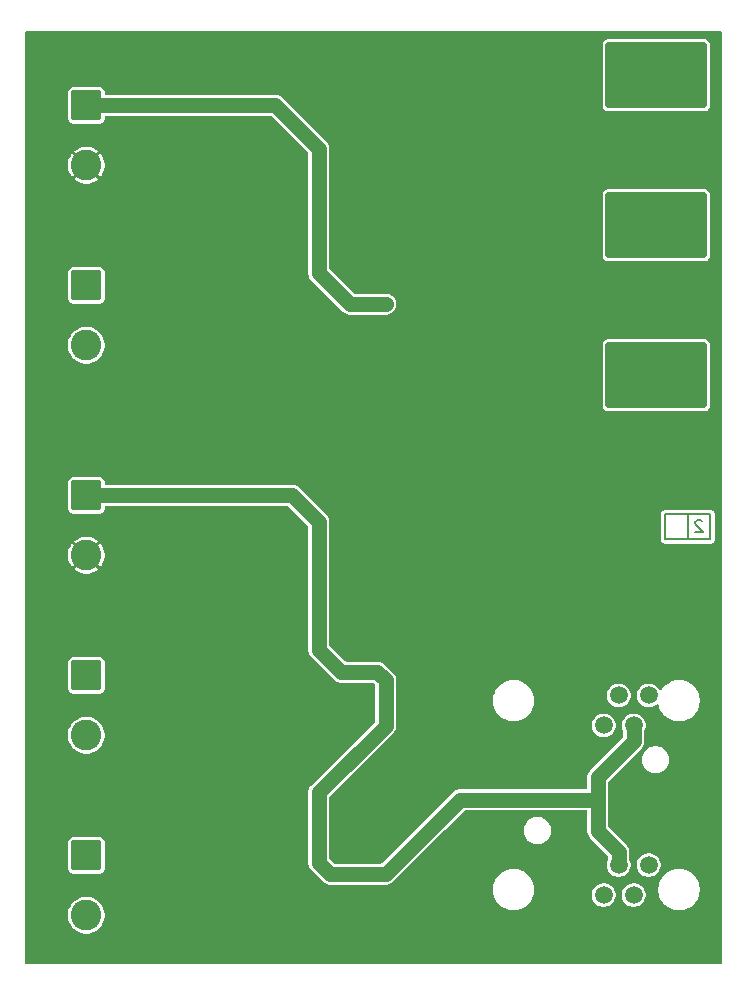
<source format=gbr>
G04 #@! TF.GenerationSoftware,KiCad,Pcbnew,9.0.3*
G04 #@! TF.CreationDate,2025-08-10T21:25:08+02:00*
G04 #@! TF.ProjectId,NJFET_MATCHING,4e4a4645-545f-44d4-9154-4348494e472e,rev?*
G04 #@! TF.SameCoordinates,Original*
G04 #@! TF.FileFunction,Copper,L2,Bot*
G04 #@! TF.FilePolarity,Positive*
%FSLAX46Y46*%
G04 Gerber Fmt 4.6, Leading zero omitted, Abs format (unit mm)*
G04 Created by KiCad (PCBNEW 9.0.3) date 2025-08-10 21:25:08*
%MOMM*%
%LPD*%
G01*
G04 APERTURE LIST*
G04 Aperture macros list*
%AMRoundRect*
0 Rectangle with rounded corners*
0 $1 Rounding radius*
0 $2 $3 $4 $5 $6 $7 $8 $9 X,Y pos of 4 corners*
0 Add a 4 corners polygon primitive as box body*
4,1,4,$2,$3,$4,$5,$6,$7,$8,$9,$2,$3,0*
0 Add four circle primitives for the rounded corners*
1,1,$1+$1,$2,$3*
1,1,$1+$1,$4,$5*
1,1,$1+$1,$6,$7*
1,1,$1+$1,$8,$9*
0 Add four rect primitives between the rounded corners*
20,1,$1+$1,$2,$3,$4,$5,0*
20,1,$1+$1,$4,$5,$6,$7,0*
20,1,$1+$1,$6,$7,$8,$9,0*
20,1,$1+$1,$8,$9,$2,$3,0*%
G04 Aperture macros list end*
G04 #@! TA.AperFunction,NonConductor*
%ADD10C,0.200000*%
G04 #@! TD*
%ADD11C,0.200000*%
G04 #@! TA.AperFunction,ComponentPad*
%ADD12C,1.500000*%
G04 #@! TD*
G04 #@! TA.AperFunction,ComponentPad*
%ADD13RoundRect,0.250000X-1.050000X1.050000X-1.050000X-1.050000X1.050000X-1.050000X1.050000X1.050000X0*%
G04 #@! TD*
G04 #@! TA.AperFunction,ComponentPad*
%ADD14C,2.600000*%
G04 #@! TD*
G04 #@! TA.AperFunction,ComponentPad*
%ADD15RoundRect,0.250000X-4.050000X-2.550000X4.050000X-2.550000X4.050000X2.550000X-4.050000X2.550000X0*%
G04 #@! TD*
G04 #@! TA.AperFunction,ViaPad*
%ADD16C,0.650000*%
G04 #@! TD*
G04 #@! TA.AperFunction,Conductor*
%ADD17C,1.270000*%
G04 #@! TD*
G04 APERTURE END LIST*
D10*
X176657000Y-101409500D02*
X178562000Y-101409500D01*
X178562000Y-103568500D01*
X176657000Y-103568500D01*
X176657000Y-101409500D01*
X174752000Y-101409500D02*
X176657000Y-101409500D01*
X176657000Y-103568500D01*
X174752000Y-103568500D01*
X174752000Y-101409500D01*
D11*
D10*
X177858945Y-102022957D02*
X177811326Y-101975338D01*
X177811326Y-101975338D02*
X177716088Y-101927719D01*
X177716088Y-101927719D02*
X177477993Y-101927719D01*
X177477993Y-101927719D02*
X177382755Y-101975338D01*
X177382755Y-101975338D02*
X177335136Y-102022957D01*
X177335136Y-102022957D02*
X177287517Y-102118195D01*
X177287517Y-102118195D02*
X177287517Y-102213433D01*
X177287517Y-102213433D02*
X177335136Y-102356290D01*
X177335136Y-102356290D02*
X177906564Y-102927719D01*
X177906564Y-102927719D02*
X177287517Y-102927719D01*
D12*
G04 #@! TO.P,U4,1*
G04 #@! TO.N,/SOURCE_1*
X173355000Y-116772000D03*
G04 #@! TO.P,U4,2*
G04 #@! TO.N,VCC*
X172085000Y-119312000D03*
G04 #@! TO.P,U4,3*
G04 #@! TO.N,unconnected-(U4-Pad3)*
X170815000Y-116772000D03*
G04 #@! TO.P,U4,4*
G04 #@! TO.N,/GATE_1*
X169545000Y-119312000D03*
G04 #@! TO.P,U4,5*
G04 #@! TO.N,/SOURCE_2*
X169545000Y-133672000D03*
G04 #@! TO.P,U4,6*
G04 #@! TO.N,VCC*
X170815000Y-131132000D03*
G04 #@! TO.P,U4,7*
G04 #@! TO.N,unconnected-(U4-Pad7)*
X172085000Y-133672000D03*
G04 #@! TO.P,U4,8*
G04 #@! TO.N,/GATE_2*
X173355000Y-131132000D03*
G04 #@! TD*
D13*
G04 #@! TO.P,J5,1,Pin_1*
G04 #@! TO.N,/GATE_2*
X125730000Y-130302000D03*
D14*
G04 #@! TO.P,J5,2,Pin_2*
G04 #@! TO.N,/SOURCE_2*
X125730000Y-135382000D03*
G04 #@! TD*
D13*
G04 #@! TO.P,J2,1,Pin_1*
G04 #@! TO.N,VCC*
X125730000Y-99822000D03*
D14*
G04 #@! TO.P,J2,2,Pin_2*
G04 #@! TO.N,GND*
X125730000Y-104902000D03*
G04 #@! TD*
D15*
G04 #@! TO.P,Q1,1,D*
G04 #@! TO.N,VDD*
X173990000Y-64262000D03*
G04 #@! TO.P,Q1,2,G*
G04 #@! TO.N,Net-(J3-Pin_1)*
X173990000Y-76962000D03*
G04 #@! TO.P,Q1,3,S*
G04 #@! TO.N,Net-(J3-Pin_2)*
X173990000Y-89662000D03*
G04 #@! TD*
D13*
G04 #@! TO.P,J4,1,Pin_1*
G04 #@! TO.N,/GATE_1*
X125730000Y-115062000D03*
D14*
G04 #@! TO.P,J4,2,Pin_2*
G04 #@! TO.N,/SOURCE_1*
X125730000Y-120142000D03*
G04 #@! TD*
D13*
G04 #@! TO.P,J1,1,Pin_1*
G04 #@! TO.N,VDD*
X125730000Y-66802000D03*
D14*
G04 #@! TO.P,J1,2,Pin_2*
G04 #@! TO.N,GND*
X125730000Y-71882000D03*
G04 #@! TD*
D13*
G04 #@! TO.P,J3,1,Pin_1*
G04 #@! TO.N,Net-(J3-Pin_1)*
X125730000Y-82042000D03*
D14*
G04 #@! TO.P,J3,2,Pin_2*
G04 #@! TO.N,Net-(J3-Pin_2)*
X125730000Y-87122000D03*
G04 #@! TD*
D16*
G04 #@! TO.N,VDD*
X145402000Y-77610000D03*
X151064000Y-83632000D03*
G04 #@! TO.N,GND*
X148082000Y-126873000D03*
X149098000Y-87122000D03*
X149606000Y-128397000D03*
X150241000Y-87122000D03*
X148082000Y-128397000D03*
X149606000Y-80137000D03*
X149098000Y-135382000D03*
X149606000Y-126873000D03*
X148082000Y-111633000D03*
X149606000Y-113157000D03*
X148209000Y-78613000D03*
X148082000Y-113157000D03*
X149606000Y-111633000D03*
X149606000Y-78613000D03*
X150241000Y-135382000D03*
X151384000Y-133858000D03*
X151384000Y-85598000D03*
X148209000Y-80137000D03*
G04 #@! TO.N,VCC*
X151064000Y-116652000D03*
X151069000Y-131892000D03*
X145402000Y-110630000D03*
X145402000Y-125997000D03*
G04 #@! TD*
D17*
G04 #@! TO.N,VDD*
X145402000Y-70472000D02*
X141732000Y-66802000D01*
X141732000Y-66802000D02*
X125730000Y-66802000D01*
X145402000Y-77610000D02*
X145402000Y-70472000D01*
X151064000Y-83632000D02*
X148021000Y-83632000D01*
X148021000Y-83632000D02*
X145402000Y-81013000D01*
X145402000Y-81013000D02*
X145402000Y-77610000D01*
G04 #@! TO.N,VCC*
X143129000Y-99822000D02*
X125730000Y-99822000D01*
X169037000Y-123698000D02*
X169037000Y-128270000D01*
X145402000Y-130924000D02*
X145402000Y-125997000D01*
X145402000Y-112890000D02*
X145402000Y-110630000D01*
X145402000Y-102095000D02*
X143129000Y-99822000D01*
X157358000Y-125603000D02*
X151069000Y-131892000D01*
X151064000Y-115504000D02*
X150368000Y-114808000D01*
X150368000Y-114808000D02*
X147320000Y-114808000D01*
X169037000Y-128270000D02*
X170815000Y-130048000D01*
X151069000Y-131892000D02*
X146370000Y-131892000D01*
X145402000Y-110630000D02*
X145402000Y-102095000D01*
X170815000Y-130048000D02*
X170815000Y-131132000D01*
X147320000Y-114808000D02*
X145402000Y-112890000D01*
X172085000Y-119312000D02*
X172085000Y-120650000D01*
X146370000Y-131892000D02*
X145402000Y-130924000D01*
X169037000Y-125603000D02*
X157358000Y-125603000D01*
X151064000Y-116652000D02*
X151064000Y-115504000D01*
X172085000Y-120650000D02*
X169037000Y-123698000D01*
X151064000Y-119319000D02*
X151064000Y-116652000D01*
X145402000Y-124981000D02*
X151064000Y-119319000D01*
X145402000Y-125997000D02*
X145402000Y-124981000D01*
G04 #@! TD*
G04 #@! TA.AperFunction,Conductor*
G04 #@! TO.N,GND*
G36*
X179483621Y-60530502D02*
G01*
X179530114Y-60584158D01*
X179541500Y-60636500D01*
X179541500Y-139367500D01*
X179521498Y-139435621D01*
X179467842Y-139482114D01*
X179415500Y-139493500D01*
X120684500Y-139493500D01*
X120616379Y-139473498D01*
X120569886Y-139419842D01*
X120558500Y-139367500D01*
X120558500Y-135259658D01*
X124175500Y-135259658D01*
X124175500Y-135504342D01*
X124213777Y-135746013D01*
X124213778Y-135746018D01*
X124289386Y-135978716D01*
X124289388Y-135978721D01*
X124289389Y-135978722D01*
X124400474Y-136196739D01*
X124544295Y-136394691D01*
X124717308Y-136567704D01*
X124717311Y-136567706D01*
X124915264Y-136711528D01*
X125133279Y-136822612D01*
X125365981Y-136898221D01*
X125365982Y-136898221D01*
X125365987Y-136898223D01*
X125607658Y-136936500D01*
X125607661Y-136936500D01*
X125852339Y-136936500D01*
X125852342Y-136936500D01*
X126094013Y-136898223D01*
X126326721Y-136822612D01*
X126544736Y-136711528D01*
X126742689Y-136567706D01*
X126915706Y-136394689D01*
X127059528Y-136196736D01*
X127170612Y-135978721D01*
X127246223Y-135746013D01*
X127284500Y-135504342D01*
X127284500Y-135259658D01*
X127246223Y-135017987D01*
X127170612Y-134785279D01*
X127059528Y-134567264D01*
X126915706Y-134369311D01*
X126915704Y-134369308D01*
X126742691Y-134196295D01*
X126544739Y-134052474D01*
X126544738Y-134052473D01*
X126544736Y-134052472D01*
X126326721Y-133941388D01*
X126326718Y-133941387D01*
X126326716Y-133941386D01*
X126094016Y-133865778D01*
X126094020Y-133865778D01*
X126049026Y-133858651D01*
X125852342Y-133827500D01*
X125607658Y-133827500D01*
X125365987Y-133865777D01*
X125365981Y-133865778D01*
X125133283Y-133941386D01*
X125133277Y-133941389D01*
X124915260Y-134052474D01*
X124717308Y-134196295D01*
X124544295Y-134369308D01*
X124400474Y-134567260D01*
X124289389Y-134785277D01*
X124289386Y-134785283D01*
X124213778Y-135017981D01*
X124213777Y-135017986D01*
X124213777Y-135017987D01*
X124175500Y-135259658D01*
X120558500Y-135259658D01*
X120558500Y-133107263D01*
X160159500Y-133107263D01*
X160159500Y-133336736D01*
X160189450Y-133564231D01*
X160189452Y-133564238D01*
X160248842Y-133785887D01*
X160336656Y-133997888D01*
X160336657Y-133997889D01*
X160336662Y-133997900D01*
X160451386Y-134196608D01*
X160451391Y-134196615D01*
X160591073Y-134378652D01*
X160591092Y-134378673D01*
X160753326Y-134540907D01*
X160753347Y-134540926D01*
X160935384Y-134680608D01*
X160935391Y-134680613D01*
X161134099Y-134795337D01*
X161134103Y-134795338D01*
X161134112Y-134795344D01*
X161346113Y-134883158D01*
X161567762Y-134942548D01*
X161567766Y-134942548D01*
X161567768Y-134942549D01*
X161626398Y-134950267D01*
X161795266Y-134972500D01*
X161795273Y-134972500D01*
X162024727Y-134972500D01*
X162024734Y-134972500D01*
X162230345Y-134945430D01*
X162252231Y-134942549D01*
X162252231Y-134942548D01*
X162252238Y-134942548D01*
X162473887Y-134883158D01*
X162685888Y-134795344D01*
X162884612Y-134680611D01*
X163066661Y-134540919D01*
X163228919Y-134378661D01*
X163368611Y-134196612D01*
X163483344Y-133997888D01*
X163571158Y-133785887D01*
X163628184Y-133573061D01*
X168540500Y-133573061D01*
X168540500Y-133770938D01*
X168574405Y-133941386D01*
X168579103Y-133965002D01*
X168654824Y-134147809D01*
X168764754Y-134312331D01*
X168904669Y-134452246D01*
X169069191Y-134562176D01*
X169251998Y-134637897D01*
X169446065Y-134676500D01*
X169643935Y-134676500D01*
X169838002Y-134637897D01*
X170020809Y-134562176D01*
X170185331Y-134452246D01*
X170325246Y-134312331D01*
X170435176Y-134147809D01*
X170510897Y-133965002D01*
X170549500Y-133770935D01*
X170549500Y-133573065D01*
X170549499Y-133573061D01*
X171080500Y-133573061D01*
X171080500Y-133770938D01*
X171114405Y-133941386D01*
X171119103Y-133965002D01*
X171194824Y-134147809D01*
X171304754Y-134312331D01*
X171444669Y-134452246D01*
X171609191Y-134562176D01*
X171791998Y-134637897D01*
X171986065Y-134676500D01*
X172183935Y-134676500D01*
X172378002Y-134637897D01*
X172560809Y-134562176D01*
X172725331Y-134452246D01*
X172865246Y-134312331D01*
X172975176Y-134147809D01*
X173050897Y-133965002D01*
X173089500Y-133770935D01*
X173089500Y-133573065D01*
X173050897Y-133378998D01*
X172975176Y-133196191D01*
X172915756Y-133107263D01*
X174159500Y-133107263D01*
X174159500Y-133336736D01*
X174189450Y-133564231D01*
X174189452Y-133564238D01*
X174248842Y-133785887D01*
X174336656Y-133997888D01*
X174336657Y-133997889D01*
X174336662Y-133997900D01*
X174451386Y-134196608D01*
X174451391Y-134196615D01*
X174591073Y-134378652D01*
X174591092Y-134378673D01*
X174753326Y-134540907D01*
X174753347Y-134540926D01*
X174935384Y-134680608D01*
X174935391Y-134680613D01*
X175134099Y-134795337D01*
X175134103Y-134795338D01*
X175134112Y-134795344D01*
X175346113Y-134883158D01*
X175567762Y-134942548D01*
X175567766Y-134942548D01*
X175567768Y-134942549D01*
X175626398Y-134950267D01*
X175795266Y-134972500D01*
X175795273Y-134972500D01*
X176024727Y-134972500D01*
X176024734Y-134972500D01*
X176230345Y-134945430D01*
X176252231Y-134942549D01*
X176252231Y-134942548D01*
X176252238Y-134942548D01*
X176473887Y-134883158D01*
X176685888Y-134795344D01*
X176884612Y-134680611D01*
X177066661Y-134540919D01*
X177228919Y-134378661D01*
X177368611Y-134196612D01*
X177483344Y-133997888D01*
X177571158Y-133785887D01*
X177630548Y-133564238D01*
X177660500Y-133336734D01*
X177660500Y-133107266D01*
X177632127Y-132891754D01*
X177630549Y-132879768D01*
X177630548Y-132879766D01*
X177630548Y-132879762D01*
X177571158Y-132658113D01*
X177483344Y-132446112D01*
X177483338Y-132446103D01*
X177483337Y-132446099D01*
X177368613Y-132247391D01*
X177368608Y-132247384D01*
X177228926Y-132065347D01*
X177228907Y-132065326D01*
X177066673Y-131903092D01*
X177066652Y-131903073D01*
X176884615Y-131763391D01*
X176884608Y-131763386D01*
X176685900Y-131648662D01*
X176685892Y-131648658D01*
X176685888Y-131648656D01*
X176473887Y-131560842D01*
X176252238Y-131501452D01*
X176252231Y-131501450D01*
X176024736Y-131471500D01*
X176024734Y-131471500D01*
X175795266Y-131471500D01*
X175795263Y-131471500D01*
X175567768Y-131501450D01*
X175346113Y-131560842D01*
X175134110Y-131648657D01*
X175134099Y-131648662D01*
X174935391Y-131763386D01*
X174935384Y-131763391D01*
X174753347Y-131903073D01*
X174753326Y-131903092D01*
X174591092Y-132065326D01*
X174591073Y-132065347D01*
X174451391Y-132247384D01*
X174451386Y-132247391D01*
X174336662Y-132446099D01*
X174336657Y-132446110D01*
X174248842Y-132658113D01*
X174189450Y-132879768D01*
X174159500Y-133107263D01*
X172915756Y-133107263D01*
X172865246Y-133031669D01*
X172725331Y-132891754D01*
X172560809Y-132781824D01*
X172477499Y-132747316D01*
X172378005Y-132706104D01*
X172378002Y-132706103D01*
X172183938Y-132667500D01*
X172183935Y-132667500D01*
X171986065Y-132667500D01*
X171986061Y-132667500D01*
X171791997Y-132706103D01*
X171791994Y-132706104D01*
X171609190Y-132781824D01*
X171444673Y-132891751D01*
X171444666Y-132891756D01*
X171304756Y-133031666D01*
X171304751Y-133031673D01*
X171194824Y-133196190D01*
X171119104Y-133378994D01*
X171119103Y-133378997D01*
X171080500Y-133573061D01*
X170549499Y-133573061D01*
X170510897Y-133378998D01*
X170435176Y-133196191D01*
X170325246Y-133031669D01*
X170185331Y-132891754D01*
X170020809Y-132781824D01*
X169937499Y-132747316D01*
X169838005Y-132706104D01*
X169838002Y-132706103D01*
X169643938Y-132667500D01*
X169643935Y-132667500D01*
X169446065Y-132667500D01*
X169446061Y-132667500D01*
X169251997Y-132706103D01*
X169251994Y-132706104D01*
X169069190Y-132781824D01*
X168904673Y-132891751D01*
X168904666Y-132891756D01*
X168764756Y-133031666D01*
X168764751Y-133031673D01*
X168654824Y-133196190D01*
X168579104Y-133378994D01*
X168579103Y-133378997D01*
X168540500Y-133573061D01*
X163628184Y-133573061D01*
X163630548Y-133564238D01*
X163660500Y-133336734D01*
X163660500Y-133107266D01*
X163632127Y-132891754D01*
X163630549Y-132879768D01*
X163630548Y-132879766D01*
X163630548Y-132879762D01*
X163571158Y-132658113D01*
X163483344Y-132446112D01*
X163483338Y-132446103D01*
X163483337Y-132446099D01*
X163368613Y-132247391D01*
X163368608Y-132247384D01*
X163228926Y-132065347D01*
X163228907Y-132065326D01*
X163066673Y-131903092D01*
X163066652Y-131903073D01*
X162884615Y-131763391D01*
X162884608Y-131763386D01*
X162685900Y-131648662D01*
X162685892Y-131648658D01*
X162685888Y-131648656D01*
X162473887Y-131560842D01*
X162252238Y-131501452D01*
X162252231Y-131501450D01*
X162024736Y-131471500D01*
X162024734Y-131471500D01*
X161795266Y-131471500D01*
X161795263Y-131471500D01*
X161567768Y-131501450D01*
X161346113Y-131560842D01*
X161134110Y-131648657D01*
X161134099Y-131648662D01*
X160935391Y-131763386D01*
X160935384Y-131763391D01*
X160753347Y-131903073D01*
X160753326Y-131903092D01*
X160591092Y-132065326D01*
X160591073Y-132065347D01*
X160451391Y-132247384D01*
X160451386Y-132247391D01*
X160336662Y-132446099D01*
X160336657Y-132446110D01*
X160248842Y-132658113D01*
X160189450Y-132879768D01*
X160159500Y-133107263D01*
X120558500Y-133107263D01*
X120558500Y-129203737D01*
X124175500Y-129203737D01*
X124175500Y-131400246D01*
X124175502Y-131400270D01*
X124181959Y-131460339D01*
X124181959Y-131460341D01*
X124232657Y-131596266D01*
X124232658Y-131596267D01*
X124319596Y-131712404D01*
X124435733Y-131799342D01*
X124571658Y-131850040D01*
X124631745Y-131856500D01*
X126828254Y-131856499D01*
X126888342Y-131850040D01*
X127024267Y-131799342D01*
X127140404Y-131712404D01*
X127227342Y-131596267D01*
X127278040Y-131460342D01*
X127284500Y-131400255D01*
X127284499Y-129203746D01*
X127278040Y-129143658D01*
X127227342Y-129007733D01*
X127140404Y-128891596D01*
X127024267Y-128804658D01*
X127024265Y-128804657D01*
X127024266Y-128804657D01*
X126888349Y-128753962D01*
X126888344Y-128753960D01*
X126888342Y-128753960D01*
X126858298Y-128750730D01*
X126828256Y-128747500D01*
X124631753Y-128747500D01*
X124631729Y-128747502D01*
X124571660Y-128753959D01*
X124571658Y-128753959D01*
X124435733Y-128804657D01*
X124319596Y-128891596D01*
X124232657Y-129007734D01*
X124181962Y-129143650D01*
X124181960Y-129143658D01*
X124175500Y-129203737D01*
X120558500Y-129203737D01*
X120558500Y-120019658D01*
X124175500Y-120019658D01*
X124175500Y-120264342D01*
X124184072Y-120318462D01*
X124213778Y-120506018D01*
X124289026Y-120737608D01*
X124289388Y-120738721D01*
X124400472Y-120956736D01*
X124400474Y-120956739D01*
X124544295Y-121154691D01*
X124717308Y-121327704D01*
X124740358Y-121344451D01*
X124915264Y-121471528D01*
X125133279Y-121582612D01*
X125365981Y-121658221D01*
X125365982Y-121658221D01*
X125365987Y-121658223D01*
X125607658Y-121696500D01*
X125607661Y-121696500D01*
X125852339Y-121696500D01*
X125852342Y-121696500D01*
X126094013Y-121658223D01*
X126326721Y-121582612D01*
X126544736Y-121471528D01*
X126742689Y-121327706D01*
X126915706Y-121154689D01*
X127059528Y-120956736D01*
X127170612Y-120738721D01*
X127246223Y-120506013D01*
X127284500Y-120264342D01*
X127284500Y-120019658D01*
X127246223Y-119777987D01*
X127170612Y-119545279D01*
X127059528Y-119327264D01*
X126915706Y-119129311D01*
X126915704Y-119129308D01*
X126742691Y-118956295D01*
X126544739Y-118812474D01*
X126544738Y-118812473D01*
X126544736Y-118812472D01*
X126326721Y-118701388D01*
X126326718Y-118701387D01*
X126326716Y-118701386D01*
X126094016Y-118625778D01*
X126094020Y-118625778D01*
X126049026Y-118618651D01*
X125852342Y-118587500D01*
X125607658Y-118587500D01*
X125365987Y-118625777D01*
X125365981Y-118625778D01*
X125133283Y-118701386D01*
X125133277Y-118701389D01*
X124915260Y-118812474D01*
X124717308Y-118956295D01*
X124544295Y-119129308D01*
X124400474Y-119327260D01*
X124289389Y-119545277D01*
X124289386Y-119545283D01*
X124213778Y-119777981D01*
X124213777Y-119777986D01*
X124213777Y-119777987D01*
X124175500Y-120019658D01*
X120558500Y-120019658D01*
X120558500Y-113963737D01*
X124175500Y-113963737D01*
X124175500Y-116160246D01*
X124175502Y-116160270D01*
X124181959Y-116220339D01*
X124181959Y-116220341D01*
X124232657Y-116356266D01*
X124232658Y-116356267D01*
X124319596Y-116472404D01*
X124435733Y-116559342D01*
X124571658Y-116610040D01*
X124631745Y-116616500D01*
X126828254Y-116616499D01*
X126888342Y-116610040D01*
X127024267Y-116559342D01*
X127140404Y-116472404D01*
X127227342Y-116356267D01*
X127278040Y-116220342D01*
X127284500Y-116160255D01*
X127284499Y-113963746D01*
X127278040Y-113903658D01*
X127227342Y-113767733D01*
X127140404Y-113651596D01*
X127024267Y-113564658D01*
X127024265Y-113564657D01*
X127024266Y-113564657D01*
X126888349Y-113513962D01*
X126888344Y-113513960D01*
X126888342Y-113513960D01*
X126858298Y-113510730D01*
X126828256Y-113507500D01*
X124631753Y-113507500D01*
X124631729Y-113507502D01*
X124571660Y-113513959D01*
X124571658Y-113513959D01*
X124435733Y-113564657D01*
X124319596Y-113651596D01*
X124232657Y-113767734D01*
X124181962Y-113903650D01*
X124181960Y-113903658D01*
X124175500Y-113963737D01*
X120558500Y-113963737D01*
X120558500Y-104779701D01*
X124176000Y-104779701D01*
X124176000Y-105024298D01*
X124214266Y-105265901D01*
X124289850Y-105498524D01*
X124289853Y-105498530D01*
X124400902Y-105716476D01*
X124541878Y-105910513D01*
X124541880Y-105910513D01*
X125189436Y-105262957D01*
X125225112Y-105316351D01*
X125315649Y-105406888D01*
X125369041Y-105442563D01*
X124721485Y-106090118D01*
X124721485Y-106090120D01*
X124915523Y-106231097D01*
X125133469Y-106342146D01*
X125133475Y-106342149D01*
X125366098Y-106417733D01*
X125607701Y-106456000D01*
X125852299Y-106456000D01*
X126093901Y-106417733D01*
X126326524Y-106342149D01*
X126326530Y-106342146D01*
X126544476Y-106231097D01*
X126738513Y-106090120D01*
X126738513Y-106090118D01*
X126090958Y-105442563D01*
X126144351Y-105406888D01*
X126234888Y-105316351D01*
X126270563Y-105262958D01*
X126918118Y-105910513D01*
X126918120Y-105910513D01*
X127059097Y-105716476D01*
X127170146Y-105498530D01*
X127170149Y-105498524D01*
X127245733Y-105265901D01*
X127284000Y-105024298D01*
X127284000Y-104779701D01*
X127245733Y-104538098D01*
X127170149Y-104305475D01*
X127170146Y-104305469D01*
X127059097Y-104087523D01*
X126918120Y-103893485D01*
X126918118Y-103893485D01*
X126270562Y-104541040D01*
X126234888Y-104487649D01*
X126144351Y-104397112D01*
X126090957Y-104361436D01*
X126738513Y-103713880D01*
X126738513Y-103713878D01*
X126544476Y-103572902D01*
X126326530Y-103461853D01*
X126326524Y-103461850D01*
X126093901Y-103386266D01*
X125852299Y-103348000D01*
X125607701Y-103348000D01*
X125366098Y-103386266D01*
X125133475Y-103461850D01*
X125133469Y-103461853D01*
X124915523Y-103572902D01*
X124721485Y-103713878D01*
X124721485Y-103713880D01*
X125369041Y-104361436D01*
X125315649Y-104397112D01*
X125225112Y-104487649D01*
X125189436Y-104541041D01*
X124541880Y-103893485D01*
X124541878Y-103893485D01*
X124400902Y-104087523D01*
X124289853Y-104305469D01*
X124289850Y-104305475D01*
X124214266Y-104538098D01*
X124176000Y-104779701D01*
X120558500Y-104779701D01*
X120558500Y-98723737D01*
X124175500Y-98723737D01*
X124175500Y-100920246D01*
X124175502Y-100920270D01*
X124181959Y-100980339D01*
X124181959Y-100980341D01*
X124232657Y-101116266D01*
X124232658Y-101116267D01*
X124319596Y-101232404D01*
X124435733Y-101319342D01*
X124571658Y-101370040D01*
X124631745Y-101376500D01*
X126828254Y-101376499D01*
X126888342Y-101370040D01*
X127024267Y-101319342D01*
X127140404Y-101232404D01*
X127227342Y-101116267D01*
X127278040Y-100980342D01*
X127284500Y-100920255D01*
X127284500Y-100837500D01*
X127304502Y-100769379D01*
X127358158Y-100722886D01*
X127410500Y-100711500D01*
X142708367Y-100711500D01*
X142776488Y-100731502D01*
X142797462Y-100748405D01*
X144475595Y-102426538D01*
X144509621Y-102488850D01*
X144512500Y-102515633D01*
X144512500Y-110542392D01*
X144512500Y-112802392D01*
X144512500Y-112977608D01*
X144546683Y-113149458D01*
X144613735Y-113311336D01*
X144711080Y-113457023D01*
X146752977Y-115498920D01*
X146898664Y-115596265D01*
X147060542Y-115663317D01*
X147232392Y-115697500D01*
X147407609Y-115697500D01*
X149947367Y-115697500D01*
X149977282Y-115706283D01*
X150007752Y-115712912D01*
X150012847Y-115716726D01*
X150015488Y-115717502D01*
X150036462Y-115734405D01*
X150137595Y-115835538D01*
X150171621Y-115897850D01*
X150174500Y-115924633D01*
X150174500Y-118898367D01*
X150154498Y-118966488D01*
X150137595Y-118987462D01*
X144711082Y-124413974D01*
X144711077Y-124413981D01*
X144613735Y-124559664D01*
X144546685Y-124721536D01*
X144546683Y-124721541D01*
X144512500Y-124893389D01*
X144512500Y-124893392D01*
X144512500Y-125909392D01*
X144512500Y-130836392D01*
X144512500Y-131011608D01*
X144546683Y-131183458D01*
X144613735Y-131345336D01*
X144711080Y-131491023D01*
X145802977Y-132582920D01*
X145948664Y-132680265D01*
X146110542Y-132747317D01*
X146282392Y-132781500D01*
X146282393Y-132781500D01*
X151156607Y-132781500D01*
X151156608Y-132781500D01*
X151328458Y-132747317D01*
X151490336Y-132680265D01*
X151636023Y-132582920D01*
X156087489Y-128131454D01*
X162759500Y-128131454D01*
X162759500Y-128312546D01*
X162787829Y-128491409D01*
X162843789Y-128663639D01*
X162926004Y-128824994D01*
X162926006Y-128824997D01*
X162934745Y-128837025D01*
X163032447Y-128971501D01*
X163032449Y-128971503D01*
X163032451Y-128971506D01*
X163160493Y-129099548D01*
X163160496Y-129099550D01*
X163160499Y-129099553D01*
X163307006Y-129205996D01*
X163468361Y-129288211D01*
X163640591Y-129344171D01*
X163819454Y-129372500D01*
X163819457Y-129372500D01*
X164000543Y-129372500D01*
X164000546Y-129372500D01*
X164179409Y-129344171D01*
X164351639Y-129288211D01*
X164512994Y-129205996D01*
X164659501Y-129099553D01*
X164787553Y-128971501D01*
X164893996Y-128824994D01*
X164976211Y-128663639D01*
X165032171Y-128491409D01*
X165060500Y-128312546D01*
X165060500Y-128131454D01*
X165032171Y-127952591D01*
X164976211Y-127780361D01*
X164893996Y-127619006D01*
X164787553Y-127472499D01*
X164787550Y-127472496D01*
X164787548Y-127472493D01*
X164659506Y-127344451D01*
X164659503Y-127344449D01*
X164659501Y-127344447D01*
X164512994Y-127238004D01*
X164351639Y-127155789D01*
X164351636Y-127155788D01*
X164351634Y-127155787D01*
X164179412Y-127099830D01*
X164179409Y-127099829D01*
X164000546Y-127071500D01*
X163819454Y-127071500D01*
X163640591Y-127099829D01*
X163640588Y-127099829D01*
X163640587Y-127099830D01*
X163468365Y-127155787D01*
X163468359Y-127155790D01*
X163307002Y-127238006D01*
X163160496Y-127344449D01*
X163160493Y-127344451D01*
X163032451Y-127472493D01*
X163032449Y-127472496D01*
X162926006Y-127619002D01*
X162843790Y-127780359D01*
X162843787Y-127780365D01*
X162787830Y-127952587D01*
X162787829Y-127952591D01*
X162759500Y-128131454D01*
X156087489Y-128131454D01*
X157689538Y-126529405D01*
X157751850Y-126495379D01*
X157778633Y-126492500D01*
X168021500Y-126492500D01*
X168089621Y-126512502D01*
X168136114Y-126566158D01*
X168147500Y-126618500D01*
X168147500Y-128182392D01*
X168147500Y-128357608D01*
X168181683Y-128529458D01*
X168248735Y-128691336D01*
X168346080Y-128837023D01*
X168346082Y-128837025D01*
X169888595Y-130379538D01*
X169903539Y-130406906D01*
X169920396Y-130433135D01*
X169921301Y-130439433D01*
X169922621Y-130441850D01*
X169925500Y-130468633D01*
X169925500Y-130629495D01*
X169915909Y-130677713D01*
X169849104Y-130838994D01*
X169849103Y-130838997D01*
X169810500Y-131033061D01*
X169810500Y-131230938D01*
X169849103Y-131425002D01*
X169849104Y-131425005D01*
X169905370Y-131560842D01*
X169924824Y-131607809D01*
X170034754Y-131772331D01*
X170174669Y-131912246D01*
X170339191Y-132022176D01*
X170521998Y-132097897D01*
X170716065Y-132136500D01*
X170913935Y-132136500D01*
X171108002Y-132097897D01*
X171290809Y-132022176D01*
X171455331Y-131912246D01*
X171595246Y-131772331D01*
X171705176Y-131607809D01*
X171780897Y-131425002D01*
X171819500Y-131230935D01*
X171819500Y-131033065D01*
X171819499Y-131033061D01*
X172350500Y-131033061D01*
X172350500Y-131230938D01*
X172389103Y-131425002D01*
X172389104Y-131425005D01*
X172445370Y-131560842D01*
X172464824Y-131607809D01*
X172574754Y-131772331D01*
X172714669Y-131912246D01*
X172879191Y-132022176D01*
X173061998Y-132097897D01*
X173256065Y-132136500D01*
X173453935Y-132136500D01*
X173648002Y-132097897D01*
X173830809Y-132022176D01*
X173995331Y-131912246D01*
X174135246Y-131772331D01*
X174245176Y-131607809D01*
X174320897Y-131425002D01*
X174359500Y-131230935D01*
X174359500Y-131033065D01*
X174320897Y-130838998D01*
X174245176Y-130656191D01*
X174135246Y-130491669D01*
X173995331Y-130351754D01*
X173830809Y-130241824D01*
X173648005Y-130166104D01*
X173648002Y-130166103D01*
X173453938Y-130127500D01*
X173453935Y-130127500D01*
X173256065Y-130127500D01*
X173256061Y-130127500D01*
X173061997Y-130166103D01*
X173061994Y-130166104D01*
X172879190Y-130241824D01*
X172714673Y-130351751D01*
X172714666Y-130351756D01*
X172574756Y-130491666D01*
X172574751Y-130491673D01*
X172464824Y-130656190D01*
X172389104Y-130838994D01*
X172389103Y-130838997D01*
X172350500Y-131033061D01*
X171819499Y-131033061D01*
X171780897Y-130838998D01*
X171714091Y-130677713D01*
X171704500Y-130629495D01*
X171704500Y-129960393D01*
X171704499Y-129960389D01*
X171670317Y-129788542D01*
X171603265Y-129626664D01*
X171505920Y-129480977D01*
X171382023Y-129357080D01*
X169963405Y-127938462D01*
X169929379Y-127876150D01*
X169926500Y-127849367D01*
X169926500Y-124118633D01*
X169946502Y-124050512D01*
X169963405Y-124029538D01*
X171861489Y-122131454D01*
X172759500Y-122131454D01*
X172759500Y-122312546D01*
X172787829Y-122491409D01*
X172843789Y-122663639D01*
X172926004Y-122824994D01*
X173032447Y-122971501D01*
X173032449Y-122971503D01*
X173032451Y-122971506D01*
X173160493Y-123099548D01*
X173160496Y-123099550D01*
X173160499Y-123099553D01*
X173307006Y-123205996D01*
X173468361Y-123288211D01*
X173640591Y-123344171D01*
X173819454Y-123372500D01*
X173819457Y-123372500D01*
X174000543Y-123372500D01*
X174000546Y-123372500D01*
X174179409Y-123344171D01*
X174351639Y-123288211D01*
X174512994Y-123205996D01*
X174659501Y-123099553D01*
X174787553Y-122971501D01*
X174893996Y-122824994D01*
X174976211Y-122663639D01*
X175032171Y-122491409D01*
X175060500Y-122312546D01*
X175060500Y-122131454D01*
X175032171Y-121952591D01*
X174976211Y-121780361D01*
X174893996Y-121619006D01*
X174787553Y-121472499D01*
X174787550Y-121472496D01*
X174787548Y-121472493D01*
X174659506Y-121344451D01*
X174659503Y-121344449D01*
X174659501Y-121344447D01*
X174512994Y-121238004D01*
X174351639Y-121155789D01*
X174351636Y-121155788D01*
X174351634Y-121155787D01*
X174179412Y-121099830D01*
X174179409Y-121099829D01*
X174000546Y-121071500D01*
X173819454Y-121071500D01*
X173640591Y-121099829D01*
X173640588Y-121099829D01*
X173640587Y-121099830D01*
X173468365Y-121155787D01*
X173468359Y-121155790D01*
X173307002Y-121238006D01*
X173160496Y-121344449D01*
X173160493Y-121344451D01*
X173032451Y-121472493D01*
X173032449Y-121472496D01*
X172926006Y-121619002D01*
X172843790Y-121780359D01*
X172843787Y-121780365D01*
X172787830Y-121952587D01*
X172787829Y-121952591D01*
X172759500Y-122131454D01*
X171861489Y-122131454D01*
X171955535Y-122037408D01*
X172334722Y-121658221D01*
X172775920Y-121217023D01*
X172873265Y-121071336D01*
X172940317Y-120909458D01*
X172974500Y-120737608D01*
X172974500Y-120562392D01*
X172974500Y-119814503D01*
X172984090Y-119766287D01*
X173050897Y-119605002D01*
X173089500Y-119410935D01*
X173089500Y-119213065D01*
X173050897Y-119018998D01*
X172975176Y-118836191D01*
X172865246Y-118671669D01*
X172725331Y-118531754D01*
X172560809Y-118421824D01*
X172456604Y-118378661D01*
X172378005Y-118346104D01*
X172378002Y-118346103D01*
X172183938Y-118307500D01*
X172183935Y-118307500D01*
X171986065Y-118307500D01*
X171986061Y-118307500D01*
X171791997Y-118346103D01*
X171791994Y-118346104D01*
X171609190Y-118421824D01*
X171444673Y-118531751D01*
X171444666Y-118531756D01*
X171304756Y-118671666D01*
X171304751Y-118671673D01*
X171194824Y-118836190D01*
X171119104Y-119018994D01*
X171119103Y-119018997D01*
X171080500Y-119213061D01*
X171080500Y-119410938D01*
X171107223Y-119545277D01*
X171119103Y-119605002D01*
X171185909Y-119766287D01*
X171195500Y-119814503D01*
X171195500Y-120229367D01*
X171175498Y-120297488D01*
X171158595Y-120318462D01*
X168346082Y-123130974D01*
X168346077Y-123130981D01*
X168248735Y-123276664D01*
X168181685Y-123438536D01*
X168181683Y-123438541D01*
X168147500Y-123610389D01*
X168147500Y-124587500D01*
X168127498Y-124655621D01*
X168073842Y-124702114D01*
X168021500Y-124713500D01*
X157270389Y-124713500D01*
X157098541Y-124747683D01*
X157098536Y-124747685D01*
X156936664Y-124814735D01*
X156790981Y-124912077D01*
X156790974Y-124912082D01*
X150737462Y-130965595D01*
X150675150Y-130999621D01*
X150648367Y-131002500D01*
X146790633Y-131002500D01*
X146722512Y-130982498D01*
X146701538Y-130965595D01*
X146328405Y-130592462D01*
X146294379Y-130530150D01*
X146291500Y-130503367D01*
X146291500Y-125401633D01*
X146311502Y-125333512D01*
X146328405Y-125312538D01*
X148977309Y-122663634D01*
X151754920Y-119886023D01*
X151852265Y-119740336D01*
X151919317Y-119578458D01*
X151953500Y-119406609D01*
X151953500Y-119231392D01*
X151953500Y-119213061D01*
X168540500Y-119213061D01*
X168540500Y-119410938D01*
X168567223Y-119545277D01*
X168579103Y-119605002D01*
X168654824Y-119787809D01*
X168764754Y-119952331D01*
X168904669Y-120092246D01*
X169069191Y-120202176D01*
X169251998Y-120277897D01*
X169446065Y-120316500D01*
X169643935Y-120316500D01*
X169838002Y-120277897D01*
X170020809Y-120202176D01*
X170185331Y-120092246D01*
X170325246Y-119952331D01*
X170435176Y-119787809D01*
X170510897Y-119605002D01*
X170549500Y-119410935D01*
X170549500Y-119213065D01*
X170510897Y-119018998D01*
X170435176Y-118836191D01*
X170325246Y-118671669D01*
X170185331Y-118531754D01*
X170020809Y-118421824D01*
X169916604Y-118378661D01*
X169838005Y-118346104D01*
X169838002Y-118346103D01*
X169643938Y-118307500D01*
X169643935Y-118307500D01*
X169446065Y-118307500D01*
X169446061Y-118307500D01*
X169251997Y-118346103D01*
X169251994Y-118346104D01*
X169069190Y-118421824D01*
X168904673Y-118531751D01*
X168904666Y-118531756D01*
X168764756Y-118671666D01*
X168764751Y-118671673D01*
X168654824Y-118836190D01*
X168579104Y-119018994D01*
X168579103Y-119018997D01*
X168540500Y-119213061D01*
X151953500Y-119213061D01*
X151953500Y-117107263D01*
X160159500Y-117107263D01*
X160159500Y-117336736D01*
X160189450Y-117564231D01*
X160189452Y-117564238D01*
X160248842Y-117785887D01*
X160336656Y-117997888D01*
X160336657Y-117997889D01*
X160336662Y-117997900D01*
X160451386Y-118196608D01*
X160451391Y-118196615D01*
X160591073Y-118378652D01*
X160591092Y-118378673D01*
X160753326Y-118540907D01*
X160753347Y-118540926D01*
X160935384Y-118680608D01*
X160935391Y-118680613D01*
X161134099Y-118795337D01*
X161134103Y-118795338D01*
X161134112Y-118795344D01*
X161346113Y-118883158D01*
X161567762Y-118942548D01*
X161567766Y-118942548D01*
X161567768Y-118942549D01*
X161626398Y-118950267D01*
X161795266Y-118972500D01*
X161795273Y-118972500D01*
X162024727Y-118972500D01*
X162024734Y-118972500D01*
X162230345Y-118945430D01*
X162252231Y-118942549D01*
X162252231Y-118942548D01*
X162252238Y-118942548D01*
X162473887Y-118883158D01*
X162685888Y-118795344D01*
X162884612Y-118680611D01*
X163066661Y-118540919D01*
X163228919Y-118378661D01*
X163368611Y-118196612D01*
X163483344Y-117997888D01*
X163571158Y-117785887D01*
X163630548Y-117564238D01*
X163660500Y-117336734D01*
X163660500Y-117107266D01*
X163630548Y-116879762D01*
X163575163Y-116673061D01*
X169810500Y-116673061D01*
X169810500Y-116870938D01*
X169812257Y-116879769D01*
X169849103Y-117065002D01*
X169924824Y-117247809D01*
X170034754Y-117412331D01*
X170174669Y-117552246D01*
X170339191Y-117662176D01*
X170521998Y-117737897D01*
X170716065Y-117776500D01*
X170913935Y-117776500D01*
X171108002Y-117737897D01*
X171290809Y-117662176D01*
X171455331Y-117552246D01*
X171595246Y-117412331D01*
X171705176Y-117247809D01*
X171780897Y-117065002D01*
X171819500Y-116870935D01*
X171819500Y-116673065D01*
X171819499Y-116673061D01*
X172350500Y-116673061D01*
X172350500Y-116870938D01*
X172352257Y-116879769D01*
X172389103Y-117065002D01*
X172464824Y-117247809D01*
X172574754Y-117412331D01*
X172714669Y-117552246D01*
X172879191Y-117662176D01*
X173061998Y-117737897D01*
X173256065Y-117776500D01*
X173453935Y-117776500D01*
X173648002Y-117737897D01*
X173830809Y-117662176D01*
X173995331Y-117552246D01*
X173995342Y-117552234D01*
X174000110Y-117548323D01*
X174001831Y-117550420D01*
X174053790Y-117521995D01*
X174124610Y-117527003D01*
X174181480Y-117569504D01*
X174202379Y-117612483D01*
X174248842Y-117785887D01*
X174336656Y-117997888D01*
X174336657Y-117997889D01*
X174336662Y-117997900D01*
X174451386Y-118196608D01*
X174451391Y-118196615D01*
X174591073Y-118378652D01*
X174591092Y-118378673D01*
X174753326Y-118540907D01*
X174753347Y-118540926D01*
X174935384Y-118680608D01*
X174935391Y-118680613D01*
X175134099Y-118795337D01*
X175134103Y-118795338D01*
X175134112Y-118795344D01*
X175346113Y-118883158D01*
X175567762Y-118942548D01*
X175567766Y-118942548D01*
X175567768Y-118942549D01*
X175626398Y-118950267D01*
X175795266Y-118972500D01*
X175795273Y-118972500D01*
X176024727Y-118972500D01*
X176024734Y-118972500D01*
X176230345Y-118945430D01*
X176252231Y-118942549D01*
X176252231Y-118942548D01*
X176252238Y-118942548D01*
X176473887Y-118883158D01*
X176685888Y-118795344D01*
X176884612Y-118680611D01*
X177066661Y-118540919D01*
X177228919Y-118378661D01*
X177368611Y-118196612D01*
X177483344Y-117997888D01*
X177571158Y-117785887D01*
X177630548Y-117564238D01*
X177660500Y-117336734D01*
X177660500Y-117107266D01*
X177630548Y-116879762D01*
X177571158Y-116658113D01*
X177483344Y-116446112D01*
X177483338Y-116446103D01*
X177483337Y-116446099D01*
X177368613Y-116247391D01*
X177368608Y-116247384D01*
X177228926Y-116065347D01*
X177228907Y-116065326D01*
X177066673Y-115903092D01*
X177066652Y-115903073D01*
X176884615Y-115763391D01*
X176884608Y-115763386D01*
X176685900Y-115648662D01*
X176685892Y-115648658D01*
X176685888Y-115648656D01*
X176473887Y-115560842D01*
X176252238Y-115501452D01*
X176252231Y-115501450D01*
X176024736Y-115471500D01*
X176024734Y-115471500D01*
X175795266Y-115471500D01*
X175795263Y-115471500D01*
X175567768Y-115501450D01*
X175346113Y-115560842D01*
X175134110Y-115648657D01*
X175134099Y-115648662D01*
X174935391Y-115763386D01*
X174935384Y-115763391D01*
X174753347Y-115903073D01*
X174753326Y-115903092D01*
X174591092Y-116065326D01*
X174591073Y-116065347D01*
X174451391Y-116247384D01*
X174441995Y-116263658D01*
X174390610Y-116312649D01*
X174320896Y-116326082D01*
X174254986Y-116299692D01*
X174228113Y-116270655D01*
X174194494Y-116220341D01*
X174135246Y-116131669D01*
X173995331Y-115991754D01*
X173830809Y-115881824D01*
X173719065Y-115835538D01*
X173648005Y-115806104D01*
X173648002Y-115806103D01*
X173453938Y-115767500D01*
X173453935Y-115767500D01*
X173256065Y-115767500D01*
X173256061Y-115767500D01*
X173061997Y-115806103D01*
X173061994Y-115806104D01*
X172879190Y-115881824D01*
X172714673Y-115991751D01*
X172714666Y-115991756D01*
X172574756Y-116131666D01*
X172574751Y-116131673D01*
X172464824Y-116296190D01*
X172389104Y-116478994D01*
X172389103Y-116478997D01*
X172350500Y-116673061D01*
X171819499Y-116673061D01*
X171780897Y-116478998D01*
X171705176Y-116296191D01*
X171595246Y-116131669D01*
X171455331Y-115991754D01*
X171290809Y-115881824D01*
X171179065Y-115835538D01*
X171108005Y-115806104D01*
X171108002Y-115806103D01*
X170913938Y-115767500D01*
X170913935Y-115767500D01*
X170716065Y-115767500D01*
X170716061Y-115767500D01*
X170521997Y-115806103D01*
X170521994Y-115806104D01*
X170339190Y-115881824D01*
X170174673Y-115991751D01*
X170174666Y-115991756D01*
X170034756Y-116131666D01*
X170034751Y-116131673D01*
X169924824Y-116296190D01*
X169849104Y-116478994D01*
X169849103Y-116478997D01*
X169810500Y-116673061D01*
X163575163Y-116673061D01*
X163571158Y-116658113D01*
X163483344Y-116446112D01*
X163483338Y-116446103D01*
X163483337Y-116446099D01*
X163368613Y-116247391D01*
X163368608Y-116247384D01*
X163228926Y-116065347D01*
X163228907Y-116065326D01*
X163066673Y-115903092D01*
X163066652Y-115903073D01*
X162884615Y-115763391D01*
X162884608Y-115763386D01*
X162685900Y-115648662D01*
X162685892Y-115648658D01*
X162685888Y-115648656D01*
X162473887Y-115560842D01*
X162252238Y-115501452D01*
X162252231Y-115501450D01*
X162024736Y-115471500D01*
X162024734Y-115471500D01*
X161795266Y-115471500D01*
X161795263Y-115471500D01*
X161567768Y-115501450D01*
X161346113Y-115560842D01*
X161134110Y-115648657D01*
X161134099Y-115648662D01*
X160935391Y-115763386D01*
X160935384Y-115763391D01*
X160753347Y-115903073D01*
X160753326Y-115903092D01*
X160591092Y-116065326D01*
X160591073Y-116065347D01*
X160451391Y-116247384D01*
X160451386Y-116247391D01*
X160336662Y-116446099D01*
X160336657Y-116446110D01*
X160336656Y-116446112D01*
X160287663Y-116564392D01*
X160248842Y-116658113D01*
X160189450Y-116879768D01*
X160159500Y-117107263D01*
X151953500Y-117107263D01*
X151953500Y-116564392D01*
X151953500Y-115416392D01*
X151919317Y-115244542D01*
X151852265Y-115082664D01*
X151754920Y-114936977D01*
X151631023Y-114813080D01*
X150935023Y-114117080D01*
X150789336Y-114019735D01*
X150627458Y-113952683D01*
X150455610Y-113918500D01*
X150455608Y-113918500D01*
X147740633Y-113918500D01*
X147672512Y-113898498D01*
X147651538Y-113881595D01*
X146328405Y-112558462D01*
X146294379Y-112496150D01*
X146291500Y-112469367D01*
X146291500Y-102007393D01*
X146291499Y-102007389D01*
X146268149Y-101890000D01*
X146257317Y-101835542D01*
X146190265Y-101673664D01*
X146092920Y-101527977D01*
X145969023Y-101404080D01*
X145927768Y-101362825D01*
X174397500Y-101362825D01*
X174397500Y-103615174D01*
X174421659Y-103705333D01*
X174468326Y-103786164D01*
X174468334Y-103786174D01*
X174534325Y-103852165D01*
X174534330Y-103852169D01*
X174534332Y-103852171D01*
X174615168Y-103898841D01*
X174705329Y-103923000D01*
X178608671Y-103923000D01*
X178698832Y-103898841D01*
X178779668Y-103852171D01*
X178845671Y-103786168D01*
X178892341Y-103705332D01*
X178916500Y-103615171D01*
X178916500Y-101362829D01*
X178892341Y-101272668D01*
X178869095Y-101232404D01*
X178845673Y-101191835D01*
X178845665Y-101191825D01*
X178779674Y-101125834D01*
X178779664Y-101125826D01*
X178698833Y-101079159D01*
X178608674Y-101055000D01*
X178608671Y-101055000D01*
X176703671Y-101055000D01*
X174798671Y-101055000D01*
X174705329Y-101055000D01*
X174705325Y-101055000D01*
X174615166Y-101079159D01*
X174534335Y-101125826D01*
X174534325Y-101125834D01*
X174468334Y-101191825D01*
X174468326Y-101191835D01*
X174421659Y-101272666D01*
X174397500Y-101362825D01*
X145927768Y-101362825D01*
X143696023Y-99131080D01*
X143550336Y-99033735D01*
X143388458Y-98966683D01*
X143216610Y-98932500D01*
X143216608Y-98932500D01*
X127410499Y-98932500D01*
X127342378Y-98912498D01*
X127295885Y-98858842D01*
X127284499Y-98806500D01*
X127284499Y-98723753D01*
X127284499Y-98723746D01*
X127278040Y-98663658D01*
X127227342Y-98527733D01*
X127140404Y-98411596D01*
X127024267Y-98324658D01*
X127024265Y-98324657D01*
X127024266Y-98324657D01*
X126888349Y-98273962D01*
X126888344Y-98273960D01*
X126888342Y-98273960D01*
X126858298Y-98270730D01*
X126828256Y-98267500D01*
X124631753Y-98267500D01*
X124631729Y-98267502D01*
X124571660Y-98273959D01*
X124571658Y-98273959D01*
X124435733Y-98324657D01*
X124319596Y-98411596D01*
X124232657Y-98527734D01*
X124181962Y-98663650D01*
X124181960Y-98663658D01*
X124175500Y-98723737D01*
X120558500Y-98723737D01*
X120558500Y-86999658D01*
X124175500Y-86999658D01*
X124175500Y-87244342D01*
X124213777Y-87486013D01*
X124213778Y-87486018D01*
X124289386Y-87718716D01*
X124289388Y-87718721D01*
X124289389Y-87718722D01*
X124400474Y-87936739D01*
X124544295Y-88134691D01*
X124717308Y-88307704D01*
X124717311Y-88307706D01*
X124915264Y-88451528D01*
X125133279Y-88562612D01*
X125365981Y-88638221D01*
X125365982Y-88638221D01*
X125365987Y-88638223D01*
X125607658Y-88676500D01*
X125607661Y-88676500D01*
X125852339Y-88676500D01*
X125852342Y-88676500D01*
X126094013Y-88638223D01*
X126326721Y-88562612D01*
X126544736Y-88451528D01*
X126742689Y-88307706D01*
X126915706Y-88134689D01*
X127059528Y-87936736D01*
X127170612Y-87718721D01*
X127246223Y-87486013D01*
X127284500Y-87244342D01*
X127284500Y-87063737D01*
X169435500Y-87063737D01*
X169435500Y-92260246D01*
X169435502Y-92260270D01*
X169441959Y-92320339D01*
X169441959Y-92320341D01*
X169492657Y-92456266D01*
X169492658Y-92456267D01*
X169579596Y-92572404D01*
X169695733Y-92659342D01*
X169831658Y-92710040D01*
X169891745Y-92716500D01*
X178088254Y-92716499D01*
X178148342Y-92710040D01*
X178284267Y-92659342D01*
X178400404Y-92572404D01*
X178487342Y-92456267D01*
X178538040Y-92320342D01*
X178544500Y-92260255D01*
X178544499Y-87063746D01*
X178538040Y-87003658D01*
X178487342Y-86867733D01*
X178400404Y-86751596D01*
X178284267Y-86664658D01*
X178284265Y-86664657D01*
X178284266Y-86664657D01*
X178148349Y-86613962D01*
X178148344Y-86613960D01*
X178148342Y-86613960D01*
X178118298Y-86610730D01*
X178088256Y-86607500D01*
X169891753Y-86607500D01*
X169891729Y-86607502D01*
X169831660Y-86613959D01*
X169831658Y-86613959D01*
X169695733Y-86664657D01*
X169579596Y-86751596D01*
X169492657Y-86867734D01*
X169441962Y-87003650D01*
X169441960Y-87003658D01*
X169435500Y-87063737D01*
X127284500Y-87063737D01*
X127284500Y-86999658D01*
X127246223Y-86757987D01*
X127170612Y-86525279D01*
X127059528Y-86307264D01*
X126915706Y-86109311D01*
X126915704Y-86109308D01*
X126742691Y-85936295D01*
X126544739Y-85792474D01*
X126544738Y-85792473D01*
X126544736Y-85792472D01*
X126326721Y-85681388D01*
X126326718Y-85681387D01*
X126326716Y-85681386D01*
X126094016Y-85605778D01*
X126094020Y-85605778D01*
X126049026Y-85598651D01*
X125852342Y-85567500D01*
X125607658Y-85567500D01*
X125365987Y-85605777D01*
X125365981Y-85605778D01*
X125133283Y-85681386D01*
X125133277Y-85681389D01*
X124915260Y-85792474D01*
X124717308Y-85936295D01*
X124544295Y-86109308D01*
X124400474Y-86307260D01*
X124289389Y-86525277D01*
X124289386Y-86525283D01*
X124213778Y-86757981D01*
X124213777Y-86757986D01*
X124213777Y-86757987D01*
X124175500Y-86999658D01*
X120558500Y-86999658D01*
X120558500Y-80943737D01*
X124175500Y-80943737D01*
X124175500Y-83140246D01*
X124175502Y-83140270D01*
X124181959Y-83200339D01*
X124181959Y-83200341D01*
X124232657Y-83336266D01*
X124232658Y-83336267D01*
X124319596Y-83452404D01*
X124435733Y-83539342D01*
X124571658Y-83590040D01*
X124631745Y-83596500D01*
X126828254Y-83596499D01*
X126888342Y-83590040D01*
X127024267Y-83539342D01*
X127140404Y-83452404D01*
X127227342Y-83336267D01*
X127278040Y-83200342D01*
X127284500Y-83140255D01*
X127284499Y-80943746D01*
X127278040Y-80883658D01*
X127227342Y-80747733D01*
X127140404Y-80631596D01*
X127024267Y-80544658D01*
X127024265Y-80544657D01*
X127024266Y-80544657D01*
X126888349Y-80493962D01*
X126888344Y-80493960D01*
X126888342Y-80493960D01*
X126858298Y-80490730D01*
X126828256Y-80487500D01*
X124631753Y-80487500D01*
X124631729Y-80487502D01*
X124571660Y-80493959D01*
X124571658Y-80493959D01*
X124435733Y-80544657D01*
X124319596Y-80631596D01*
X124232657Y-80747734D01*
X124181962Y-80883650D01*
X124181960Y-80883658D01*
X124175500Y-80943737D01*
X120558500Y-80943737D01*
X120558500Y-71759701D01*
X124176000Y-71759701D01*
X124176000Y-72004298D01*
X124214266Y-72245901D01*
X124289850Y-72478524D01*
X124289853Y-72478530D01*
X124400902Y-72696476D01*
X124541878Y-72890513D01*
X124541880Y-72890513D01*
X125189436Y-72242957D01*
X125225112Y-72296351D01*
X125315649Y-72386888D01*
X125369041Y-72422563D01*
X124721485Y-73070118D01*
X124721485Y-73070120D01*
X124915523Y-73211097D01*
X125133469Y-73322146D01*
X125133475Y-73322149D01*
X125366098Y-73397733D01*
X125607701Y-73436000D01*
X125852299Y-73436000D01*
X126093901Y-73397733D01*
X126326524Y-73322149D01*
X126326530Y-73322146D01*
X126544476Y-73211097D01*
X126738513Y-73070120D01*
X126738513Y-73070118D01*
X126090958Y-72422563D01*
X126144351Y-72386888D01*
X126234888Y-72296351D01*
X126270563Y-72242958D01*
X126918118Y-72890513D01*
X126918120Y-72890513D01*
X127059097Y-72696476D01*
X127170146Y-72478530D01*
X127170149Y-72478524D01*
X127245733Y-72245901D01*
X127284000Y-72004298D01*
X127284000Y-71759701D01*
X127245733Y-71518098D01*
X127170149Y-71285475D01*
X127170146Y-71285469D01*
X127059097Y-71067523D01*
X126918120Y-70873485D01*
X126918118Y-70873485D01*
X126270562Y-71521040D01*
X126234888Y-71467649D01*
X126144351Y-71377112D01*
X126090957Y-71341436D01*
X126738513Y-70693880D01*
X126738513Y-70693878D01*
X126544476Y-70552902D01*
X126326530Y-70441853D01*
X126326524Y-70441850D01*
X126093901Y-70366266D01*
X125852299Y-70328000D01*
X125607701Y-70328000D01*
X125366098Y-70366266D01*
X125133475Y-70441850D01*
X125133469Y-70441853D01*
X124915523Y-70552902D01*
X124721485Y-70693878D01*
X124721485Y-70693880D01*
X125369041Y-71341436D01*
X125315649Y-71377112D01*
X125225112Y-71467649D01*
X125189436Y-71521041D01*
X124541880Y-70873485D01*
X124541878Y-70873485D01*
X124400902Y-71067523D01*
X124289853Y-71285469D01*
X124289850Y-71285475D01*
X124214266Y-71518098D01*
X124176000Y-71759701D01*
X120558500Y-71759701D01*
X120558500Y-65703737D01*
X124175500Y-65703737D01*
X124175500Y-67900246D01*
X124175502Y-67900270D01*
X124181959Y-67960339D01*
X124181959Y-67960341D01*
X124232657Y-68096266D01*
X124232658Y-68096267D01*
X124319596Y-68212404D01*
X124435733Y-68299342D01*
X124571658Y-68350040D01*
X124631745Y-68356500D01*
X126828254Y-68356499D01*
X126888342Y-68350040D01*
X127024267Y-68299342D01*
X127140404Y-68212404D01*
X127227342Y-68096267D01*
X127278040Y-67960342D01*
X127284500Y-67900255D01*
X127284500Y-67817500D01*
X127304502Y-67749379D01*
X127358158Y-67702886D01*
X127410500Y-67691500D01*
X141311367Y-67691500D01*
X141379488Y-67711502D01*
X141400462Y-67728405D01*
X144475595Y-70803538D01*
X144509621Y-70865850D01*
X144512500Y-70892633D01*
X144512500Y-77522392D01*
X144512500Y-80925392D01*
X144512500Y-81100608D01*
X144546683Y-81272458D01*
X144613735Y-81434336D01*
X144711080Y-81580023D01*
X144711081Y-81580024D01*
X144711082Y-81580025D01*
X147325669Y-84194611D01*
X147325679Y-84194622D01*
X147330079Y-84199022D01*
X147330080Y-84199023D01*
X147453977Y-84322920D01*
X147599664Y-84420265D01*
X147761542Y-84487317D01*
X147933391Y-84521500D01*
X147933392Y-84521500D01*
X151151607Y-84521500D01*
X151151608Y-84521500D01*
X151323458Y-84487317D01*
X151485336Y-84420265D01*
X151631023Y-84322920D01*
X151754920Y-84199023D01*
X151852265Y-84053336D01*
X151919317Y-83891458D01*
X151953500Y-83719608D01*
X151953500Y-83544392D01*
X151919317Y-83372542D01*
X151852265Y-83210664D01*
X151754920Y-83064977D01*
X151631023Y-82941080D01*
X151485336Y-82843735D01*
X151323458Y-82776683D01*
X151151610Y-82742500D01*
X151151608Y-82742500D01*
X148441632Y-82742500D01*
X148373511Y-82722498D01*
X148352537Y-82705595D01*
X146328405Y-80681462D01*
X146294379Y-80619150D01*
X146291500Y-80592367D01*
X146291500Y-74363737D01*
X169435500Y-74363737D01*
X169435500Y-79560246D01*
X169435502Y-79560270D01*
X169441959Y-79620339D01*
X169441959Y-79620341D01*
X169492657Y-79756266D01*
X169492658Y-79756267D01*
X169579596Y-79872404D01*
X169695733Y-79959342D01*
X169831658Y-80010040D01*
X169891745Y-80016500D01*
X178088254Y-80016499D01*
X178148342Y-80010040D01*
X178284267Y-79959342D01*
X178400404Y-79872404D01*
X178487342Y-79756267D01*
X178538040Y-79620342D01*
X178544500Y-79560255D01*
X178544499Y-74363746D01*
X178538040Y-74303658D01*
X178487342Y-74167733D01*
X178400404Y-74051596D01*
X178284267Y-73964658D01*
X178284265Y-73964657D01*
X178284266Y-73964657D01*
X178148349Y-73913962D01*
X178148344Y-73913960D01*
X178148342Y-73913960D01*
X178118298Y-73910730D01*
X178088256Y-73907500D01*
X169891753Y-73907500D01*
X169891729Y-73907502D01*
X169831660Y-73913959D01*
X169831658Y-73913959D01*
X169695733Y-73964657D01*
X169579596Y-74051596D01*
X169492657Y-74167734D01*
X169441962Y-74303650D01*
X169441960Y-74303658D01*
X169435500Y-74363737D01*
X146291500Y-74363737D01*
X146291500Y-70384393D01*
X146291499Y-70384389D01*
X146257317Y-70212542D01*
X146190265Y-70050664D01*
X146092920Y-69904977D01*
X145969023Y-69781080D01*
X142299023Y-66111080D01*
X142153336Y-66013735D01*
X141991458Y-65946683D01*
X141819610Y-65912500D01*
X141819608Y-65912500D01*
X127410499Y-65912500D01*
X127342378Y-65892498D01*
X127295885Y-65838842D01*
X127284499Y-65786500D01*
X127284499Y-65703753D01*
X127284499Y-65703746D01*
X127278040Y-65643658D01*
X127227342Y-65507733D01*
X127140404Y-65391596D01*
X127024267Y-65304658D01*
X127024265Y-65304657D01*
X127024266Y-65304657D01*
X126888349Y-65253962D01*
X126888344Y-65253960D01*
X126888342Y-65253960D01*
X126858298Y-65250730D01*
X126828256Y-65247500D01*
X124631753Y-65247500D01*
X124631729Y-65247502D01*
X124571660Y-65253959D01*
X124571658Y-65253959D01*
X124435733Y-65304657D01*
X124319596Y-65391596D01*
X124232657Y-65507734D01*
X124181962Y-65643650D01*
X124181960Y-65643658D01*
X124175500Y-65703737D01*
X120558500Y-65703737D01*
X120558500Y-61663737D01*
X169435500Y-61663737D01*
X169435500Y-66860246D01*
X169435502Y-66860270D01*
X169441959Y-66920339D01*
X169441959Y-66920341D01*
X169492657Y-67056266D01*
X169492658Y-67056267D01*
X169579596Y-67172404D01*
X169695733Y-67259342D01*
X169831658Y-67310040D01*
X169891745Y-67316500D01*
X178088254Y-67316499D01*
X178148342Y-67310040D01*
X178284267Y-67259342D01*
X178400404Y-67172404D01*
X178487342Y-67056267D01*
X178538040Y-66920342D01*
X178544500Y-66860255D01*
X178544499Y-61663746D01*
X178538040Y-61603658D01*
X178487342Y-61467733D01*
X178400404Y-61351596D01*
X178284267Y-61264658D01*
X178284265Y-61264657D01*
X178284266Y-61264657D01*
X178148349Y-61213962D01*
X178148344Y-61213960D01*
X178148342Y-61213960D01*
X178118298Y-61210730D01*
X178088256Y-61207500D01*
X169891753Y-61207500D01*
X169891729Y-61207502D01*
X169831660Y-61213959D01*
X169831658Y-61213959D01*
X169695733Y-61264657D01*
X169579596Y-61351596D01*
X169492657Y-61467734D01*
X169441962Y-61603650D01*
X169441960Y-61603658D01*
X169435500Y-61663737D01*
X120558500Y-61663737D01*
X120558500Y-60636500D01*
X120578502Y-60568379D01*
X120632158Y-60521886D01*
X120684500Y-60510500D01*
X179415500Y-60510500D01*
X179483621Y-60530502D01*
G37*
G04 #@! TD.AperFunction*
G04 #@! TD*
M02*

</source>
